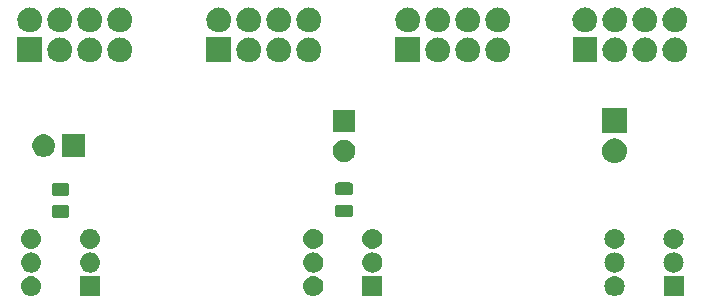
<source format=gbr>
G04 #@! TF.GenerationSoftware,KiCad,Pcbnew,5.1.2-f72e74a~84~ubuntu18.04.1*
G04 #@! TF.CreationDate,2020-02-26T21:12:00+03:00*
G04 #@! TF.ProjectId,connection_board,636f6e6e-6563-4746-996f-6e5f626f6172,rev?*
G04 #@! TF.SameCoordinates,Original*
G04 #@! TF.FileFunction,Soldermask,Bot*
G04 #@! TF.FilePolarity,Negative*
%FSLAX46Y46*%
G04 Gerber Fmt 4.6, Leading zero omitted, Abs format (unit mm)*
G04 Created by KiCad (PCBNEW 5.1.2-f72e74a~84~ubuntu18.04.1) date 2020-02-26 21:12:00*
%MOMM*%
%LPD*%
G04 APERTURE LIST*
%ADD10C,0.100000*%
G04 APERTURE END LIST*
D10*
G36*
X131351000Y-94851000D02*
G01*
X129649000Y-94851000D01*
X129649000Y-93149000D01*
X131351000Y-93149000D01*
X131351000Y-94851000D01*
X131351000Y-94851000D01*
G37*
G36*
X125666823Y-93161313D02*
G01*
X125827242Y-93209976D01*
X125959906Y-93280886D01*
X125975078Y-93288996D01*
X126104659Y-93395341D01*
X126211004Y-93524922D01*
X126211005Y-93524924D01*
X126290024Y-93672758D01*
X126338687Y-93833177D01*
X126355117Y-94000000D01*
X126338687Y-94166823D01*
X126290024Y-94327242D01*
X126219114Y-94459906D01*
X126211004Y-94475078D01*
X126104659Y-94604659D01*
X125975078Y-94711004D01*
X125975076Y-94711005D01*
X125827242Y-94790024D01*
X125666823Y-94838687D01*
X125541804Y-94851000D01*
X125458196Y-94851000D01*
X125333177Y-94838687D01*
X125172758Y-94790024D01*
X125024924Y-94711005D01*
X125024922Y-94711004D01*
X124895341Y-94604659D01*
X124788996Y-94475078D01*
X124780886Y-94459906D01*
X124709976Y-94327242D01*
X124661313Y-94166823D01*
X124644883Y-94000000D01*
X124661313Y-93833177D01*
X124709976Y-93672758D01*
X124788995Y-93524924D01*
X124788996Y-93524922D01*
X124895341Y-93395341D01*
X125024922Y-93288996D01*
X125040094Y-93280886D01*
X125172758Y-93209976D01*
X125333177Y-93161313D01*
X125458196Y-93149000D01*
X125541804Y-93149000D01*
X125666823Y-93161313D01*
X125666823Y-93161313D01*
G37*
G36*
X76266823Y-93161313D02*
G01*
X76427242Y-93209976D01*
X76559906Y-93280886D01*
X76575078Y-93288996D01*
X76704659Y-93395341D01*
X76811004Y-93524922D01*
X76811005Y-93524924D01*
X76890024Y-93672758D01*
X76938687Y-93833177D01*
X76955117Y-94000000D01*
X76938687Y-94166823D01*
X76890024Y-94327242D01*
X76819114Y-94459906D01*
X76811004Y-94475078D01*
X76704659Y-94604659D01*
X76575078Y-94711004D01*
X76575076Y-94711005D01*
X76427242Y-94790024D01*
X76266823Y-94838687D01*
X76141804Y-94851000D01*
X76058196Y-94851000D01*
X75933177Y-94838687D01*
X75772758Y-94790024D01*
X75624924Y-94711005D01*
X75624922Y-94711004D01*
X75495341Y-94604659D01*
X75388996Y-94475078D01*
X75380886Y-94459906D01*
X75309976Y-94327242D01*
X75261313Y-94166823D01*
X75244883Y-94000000D01*
X75261313Y-93833177D01*
X75309976Y-93672758D01*
X75388995Y-93524924D01*
X75388996Y-93524922D01*
X75495341Y-93395341D01*
X75624922Y-93288996D01*
X75640094Y-93280886D01*
X75772758Y-93209976D01*
X75933177Y-93161313D01*
X76058196Y-93149000D01*
X76141804Y-93149000D01*
X76266823Y-93161313D01*
X76266823Y-93161313D01*
G37*
G36*
X81951000Y-94851000D02*
G01*
X80249000Y-94851000D01*
X80249000Y-93149000D01*
X81951000Y-93149000D01*
X81951000Y-94851000D01*
X81951000Y-94851000D01*
G37*
G36*
X105851000Y-94851000D02*
G01*
X104149000Y-94851000D01*
X104149000Y-93149000D01*
X105851000Y-93149000D01*
X105851000Y-94851000D01*
X105851000Y-94851000D01*
G37*
G36*
X100166823Y-93161313D02*
G01*
X100327242Y-93209976D01*
X100459906Y-93280886D01*
X100475078Y-93288996D01*
X100604659Y-93395341D01*
X100711004Y-93524922D01*
X100711005Y-93524924D01*
X100790024Y-93672758D01*
X100838687Y-93833177D01*
X100855117Y-94000000D01*
X100838687Y-94166823D01*
X100790024Y-94327242D01*
X100719114Y-94459906D01*
X100711004Y-94475078D01*
X100604659Y-94604659D01*
X100475078Y-94711004D01*
X100475076Y-94711005D01*
X100327242Y-94790024D01*
X100166823Y-94838687D01*
X100041804Y-94851000D01*
X99958196Y-94851000D01*
X99833177Y-94838687D01*
X99672758Y-94790024D01*
X99524924Y-94711005D01*
X99524922Y-94711004D01*
X99395341Y-94604659D01*
X99288996Y-94475078D01*
X99280886Y-94459906D01*
X99209976Y-94327242D01*
X99161313Y-94166823D01*
X99144883Y-94000000D01*
X99161313Y-93833177D01*
X99209976Y-93672758D01*
X99288995Y-93524924D01*
X99288996Y-93524922D01*
X99395341Y-93395341D01*
X99524922Y-93288996D01*
X99540094Y-93280886D01*
X99672758Y-93209976D01*
X99833177Y-93161313D01*
X99958196Y-93149000D01*
X100041804Y-93149000D01*
X100166823Y-93161313D01*
X100166823Y-93161313D01*
G37*
G36*
X100166823Y-91161313D02*
G01*
X100327242Y-91209976D01*
X100459906Y-91280886D01*
X100475078Y-91288996D01*
X100604659Y-91395341D01*
X100711004Y-91524922D01*
X100711005Y-91524924D01*
X100790024Y-91672758D01*
X100838687Y-91833177D01*
X100855117Y-92000000D01*
X100838687Y-92166823D01*
X100790024Y-92327242D01*
X100719114Y-92459906D01*
X100711004Y-92475078D01*
X100604659Y-92604659D01*
X100475078Y-92711004D01*
X100475076Y-92711005D01*
X100327242Y-92790024D01*
X100166823Y-92838687D01*
X100041804Y-92851000D01*
X99958196Y-92851000D01*
X99833177Y-92838687D01*
X99672758Y-92790024D01*
X99524924Y-92711005D01*
X99524922Y-92711004D01*
X99395341Y-92604659D01*
X99288996Y-92475078D01*
X99280886Y-92459906D01*
X99209976Y-92327242D01*
X99161313Y-92166823D01*
X99144883Y-92000000D01*
X99161313Y-91833177D01*
X99209976Y-91672758D01*
X99288995Y-91524924D01*
X99288996Y-91524922D01*
X99395341Y-91395341D01*
X99524922Y-91288996D01*
X99540094Y-91280886D01*
X99672758Y-91209976D01*
X99833177Y-91161313D01*
X99958196Y-91149000D01*
X100041804Y-91149000D01*
X100166823Y-91161313D01*
X100166823Y-91161313D01*
G37*
G36*
X130666823Y-91161313D02*
G01*
X130827242Y-91209976D01*
X130959906Y-91280886D01*
X130975078Y-91288996D01*
X131104659Y-91395341D01*
X131211004Y-91524922D01*
X131211005Y-91524924D01*
X131290024Y-91672758D01*
X131338687Y-91833177D01*
X131355117Y-92000000D01*
X131338687Y-92166823D01*
X131290024Y-92327242D01*
X131219114Y-92459906D01*
X131211004Y-92475078D01*
X131104659Y-92604659D01*
X130975078Y-92711004D01*
X130975076Y-92711005D01*
X130827242Y-92790024D01*
X130666823Y-92838687D01*
X130541804Y-92851000D01*
X130458196Y-92851000D01*
X130333177Y-92838687D01*
X130172758Y-92790024D01*
X130024924Y-92711005D01*
X130024922Y-92711004D01*
X129895341Y-92604659D01*
X129788996Y-92475078D01*
X129780886Y-92459906D01*
X129709976Y-92327242D01*
X129661313Y-92166823D01*
X129644883Y-92000000D01*
X129661313Y-91833177D01*
X129709976Y-91672758D01*
X129788995Y-91524924D01*
X129788996Y-91524922D01*
X129895341Y-91395341D01*
X130024922Y-91288996D01*
X130040094Y-91280886D01*
X130172758Y-91209976D01*
X130333177Y-91161313D01*
X130458196Y-91149000D01*
X130541804Y-91149000D01*
X130666823Y-91161313D01*
X130666823Y-91161313D01*
G37*
G36*
X125666823Y-91161313D02*
G01*
X125827242Y-91209976D01*
X125959906Y-91280886D01*
X125975078Y-91288996D01*
X126104659Y-91395341D01*
X126211004Y-91524922D01*
X126211005Y-91524924D01*
X126290024Y-91672758D01*
X126338687Y-91833177D01*
X126355117Y-92000000D01*
X126338687Y-92166823D01*
X126290024Y-92327242D01*
X126219114Y-92459906D01*
X126211004Y-92475078D01*
X126104659Y-92604659D01*
X125975078Y-92711004D01*
X125975076Y-92711005D01*
X125827242Y-92790024D01*
X125666823Y-92838687D01*
X125541804Y-92851000D01*
X125458196Y-92851000D01*
X125333177Y-92838687D01*
X125172758Y-92790024D01*
X125024924Y-92711005D01*
X125024922Y-92711004D01*
X124895341Y-92604659D01*
X124788996Y-92475078D01*
X124780886Y-92459906D01*
X124709976Y-92327242D01*
X124661313Y-92166823D01*
X124644883Y-92000000D01*
X124661313Y-91833177D01*
X124709976Y-91672758D01*
X124788995Y-91524924D01*
X124788996Y-91524922D01*
X124895341Y-91395341D01*
X125024922Y-91288996D01*
X125040094Y-91280886D01*
X125172758Y-91209976D01*
X125333177Y-91161313D01*
X125458196Y-91149000D01*
X125541804Y-91149000D01*
X125666823Y-91161313D01*
X125666823Y-91161313D01*
G37*
G36*
X105166823Y-91161313D02*
G01*
X105327242Y-91209976D01*
X105459906Y-91280886D01*
X105475078Y-91288996D01*
X105604659Y-91395341D01*
X105711004Y-91524922D01*
X105711005Y-91524924D01*
X105790024Y-91672758D01*
X105838687Y-91833177D01*
X105855117Y-92000000D01*
X105838687Y-92166823D01*
X105790024Y-92327242D01*
X105719114Y-92459906D01*
X105711004Y-92475078D01*
X105604659Y-92604659D01*
X105475078Y-92711004D01*
X105475076Y-92711005D01*
X105327242Y-92790024D01*
X105166823Y-92838687D01*
X105041804Y-92851000D01*
X104958196Y-92851000D01*
X104833177Y-92838687D01*
X104672758Y-92790024D01*
X104524924Y-92711005D01*
X104524922Y-92711004D01*
X104395341Y-92604659D01*
X104288996Y-92475078D01*
X104280886Y-92459906D01*
X104209976Y-92327242D01*
X104161313Y-92166823D01*
X104144883Y-92000000D01*
X104161313Y-91833177D01*
X104209976Y-91672758D01*
X104288995Y-91524924D01*
X104288996Y-91524922D01*
X104395341Y-91395341D01*
X104524922Y-91288996D01*
X104540094Y-91280886D01*
X104672758Y-91209976D01*
X104833177Y-91161313D01*
X104958196Y-91149000D01*
X105041804Y-91149000D01*
X105166823Y-91161313D01*
X105166823Y-91161313D01*
G37*
G36*
X81266823Y-91161313D02*
G01*
X81427242Y-91209976D01*
X81559906Y-91280886D01*
X81575078Y-91288996D01*
X81704659Y-91395341D01*
X81811004Y-91524922D01*
X81811005Y-91524924D01*
X81890024Y-91672758D01*
X81938687Y-91833177D01*
X81955117Y-92000000D01*
X81938687Y-92166823D01*
X81890024Y-92327242D01*
X81819114Y-92459906D01*
X81811004Y-92475078D01*
X81704659Y-92604659D01*
X81575078Y-92711004D01*
X81575076Y-92711005D01*
X81427242Y-92790024D01*
X81266823Y-92838687D01*
X81141804Y-92851000D01*
X81058196Y-92851000D01*
X80933177Y-92838687D01*
X80772758Y-92790024D01*
X80624924Y-92711005D01*
X80624922Y-92711004D01*
X80495341Y-92604659D01*
X80388996Y-92475078D01*
X80380886Y-92459906D01*
X80309976Y-92327242D01*
X80261313Y-92166823D01*
X80244883Y-92000000D01*
X80261313Y-91833177D01*
X80309976Y-91672758D01*
X80388995Y-91524924D01*
X80388996Y-91524922D01*
X80495341Y-91395341D01*
X80624922Y-91288996D01*
X80640094Y-91280886D01*
X80772758Y-91209976D01*
X80933177Y-91161313D01*
X81058196Y-91149000D01*
X81141804Y-91149000D01*
X81266823Y-91161313D01*
X81266823Y-91161313D01*
G37*
G36*
X76266823Y-91161313D02*
G01*
X76427242Y-91209976D01*
X76559906Y-91280886D01*
X76575078Y-91288996D01*
X76704659Y-91395341D01*
X76811004Y-91524922D01*
X76811005Y-91524924D01*
X76890024Y-91672758D01*
X76938687Y-91833177D01*
X76955117Y-92000000D01*
X76938687Y-92166823D01*
X76890024Y-92327242D01*
X76819114Y-92459906D01*
X76811004Y-92475078D01*
X76704659Y-92604659D01*
X76575078Y-92711004D01*
X76575076Y-92711005D01*
X76427242Y-92790024D01*
X76266823Y-92838687D01*
X76141804Y-92851000D01*
X76058196Y-92851000D01*
X75933177Y-92838687D01*
X75772758Y-92790024D01*
X75624924Y-92711005D01*
X75624922Y-92711004D01*
X75495341Y-92604659D01*
X75388996Y-92475078D01*
X75380886Y-92459906D01*
X75309976Y-92327242D01*
X75261313Y-92166823D01*
X75244883Y-92000000D01*
X75261313Y-91833177D01*
X75309976Y-91672758D01*
X75388995Y-91524924D01*
X75388996Y-91524922D01*
X75495341Y-91395341D01*
X75624922Y-91288996D01*
X75640094Y-91280886D01*
X75772758Y-91209976D01*
X75933177Y-91161313D01*
X76058196Y-91149000D01*
X76141804Y-91149000D01*
X76266823Y-91161313D01*
X76266823Y-91161313D01*
G37*
G36*
X76266823Y-89161313D02*
G01*
X76427242Y-89209976D01*
X76559906Y-89280886D01*
X76575078Y-89288996D01*
X76704659Y-89395341D01*
X76811004Y-89524922D01*
X76811005Y-89524924D01*
X76890024Y-89672758D01*
X76938687Y-89833177D01*
X76955117Y-90000000D01*
X76938687Y-90166823D01*
X76890024Y-90327242D01*
X76819114Y-90459906D01*
X76811004Y-90475078D01*
X76704659Y-90604659D01*
X76575078Y-90711004D01*
X76575076Y-90711005D01*
X76427242Y-90790024D01*
X76266823Y-90838687D01*
X76141804Y-90851000D01*
X76058196Y-90851000D01*
X75933177Y-90838687D01*
X75772758Y-90790024D01*
X75624924Y-90711005D01*
X75624922Y-90711004D01*
X75495341Y-90604659D01*
X75388996Y-90475078D01*
X75380886Y-90459906D01*
X75309976Y-90327242D01*
X75261313Y-90166823D01*
X75244883Y-90000000D01*
X75261313Y-89833177D01*
X75309976Y-89672758D01*
X75388995Y-89524924D01*
X75388996Y-89524922D01*
X75495341Y-89395341D01*
X75624922Y-89288996D01*
X75640094Y-89280886D01*
X75772758Y-89209976D01*
X75933177Y-89161313D01*
X76058196Y-89149000D01*
X76141804Y-89149000D01*
X76266823Y-89161313D01*
X76266823Y-89161313D01*
G37*
G36*
X81266823Y-89161313D02*
G01*
X81427242Y-89209976D01*
X81559906Y-89280886D01*
X81575078Y-89288996D01*
X81704659Y-89395341D01*
X81811004Y-89524922D01*
X81811005Y-89524924D01*
X81890024Y-89672758D01*
X81938687Y-89833177D01*
X81955117Y-90000000D01*
X81938687Y-90166823D01*
X81890024Y-90327242D01*
X81819114Y-90459906D01*
X81811004Y-90475078D01*
X81704659Y-90604659D01*
X81575078Y-90711004D01*
X81575076Y-90711005D01*
X81427242Y-90790024D01*
X81266823Y-90838687D01*
X81141804Y-90851000D01*
X81058196Y-90851000D01*
X80933177Y-90838687D01*
X80772758Y-90790024D01*
X80624924Y-90711005D01*
X80624922Y-90711004D01*
X80495341Y-90604659D01*
X80388996Y-90475078D01*
X80380886Y-90459906D01*
X80309976Y-90327242D01*
X80261313Y-90166823D01*
X80244883Y-90000000D01*
X80261313Y-89833177D01*
X80309976Y-89672758D01*
X80388995Y-89524924D01*
X80388996Y-89524922D01*
X80495341Y-89395341D01*
X80624922Y-89288996D01*
X80640094Y-89280886D01*
X80772758Y-89209976D01*
X80933177Y-89161313D01*
X81058196Y-89149000D01*
X81141804Y-89149000D01*
X81266823Y-89161313D01*
X81266823Y-89161313D01*
G37*
G36*
X130666823Y-89161313D02*
G01*
X130827242Y-89209976D01*
X130959906Y-89280886D01*
X130975078Y-89288996D01*
X131104659Y-89395341D01*
X131211004Y-89524922D01*
X131211005Y-89524924D01*
X131290024Y-89672758D01*
X131338687Y-89833177D01*
X131355117Y-90000000D01*
X131338687Y-90166823D01*
X131290024Y-90327242D01*
X131219114Y-90459906D01*
X131211004Y-90475078D01*
X131104659Y-90604659D01*
X130975078Y-90711004D01*
X130975076Y-90711005D01*
X130827242Y-90790024D01*
X130666823Y-90838687D01*
X130541804Y-90851000D01*
X130458196Y-90851000D01*
X130333177Y-90838687D01*
X130172758Y-90790024D01*
X130024924Y-90711005D01*
X130024922Y-90711004D01*
X129895341Y-90604659D01*
X129788996Y-90475078D01*
X129780886Y-90459906D01*
X129709976Y-90327242D01*
X129661313Y-90166823D01*
X129644883Y-90000000D01*
X129661313Y-89833177D01*
X129709976Y-89672758D01*
X129788995Y-89524924D01*
X129788996Y-89524922D01*
X129895341Y-89395341D01*
X130024922Y-89288996D01*
X130040094Y-89280886D01*
X130172758Y-89209976D01*
X130333177Y-89161313D01*
X130458196Y-89149000D01*
X130541804Y-89149000D01*
X130666823Y-89161313D01*
X130666823Y-89161313D01*
G37*
G36*
X100166823Y-89161313D02*
G01*
X100327242Y-89209976D01*
X100459906Y-89280886D01*
X100475078Y-89288996D01*
X100604659Y-89395341D01*
X100711004Y-89524922D01*
X100711005Y-89524924D01*
X100790024Y-89672758D01*
X100838687Y-89833177D01*
X100855117Y-90000000D01*
X100838687Y-90166823D01*
X100790024Y-90327242D01*
X100719114Y-90459906D01*
X100711004Y-90475078D01*
X100604659Y-90604659D01*
X100475078Y-90711004D01*
X100475076Y-90711005D01*
X100327242Y-90790024D01*
X100166823Y-90838687D01*
X100041804Y-90851000D01*
X99958196Y-90851000D01*
X99833177Y-90838687D01*
X99672758Y-90790024D01*
X99524924Y-90711005D01*
X99524922Y-90711004D01*
X99395341Y-90604659D01*
X99288996Y-90475078D01*
X99280886Y-90459906D01*
X99209976Y-90327242D01*
X99161313Y-90166823D01*
X99144883Y-90000000D01*
X99161313Y-89833177D01*
X99209976Y-89672758D01*
X99288995Y-89524924D01*
X99288996Y-89524922D01*
X99395341Y-89395341D01*
X99524922Y-89288996D01*
X99540094Y-89280886D01*
X99672758Y-89209976D01*
X99833177Y-89161313D01*
X99958196Y-89149000D01*
X100041804Y-89149000D01*
X100166823Y-89161313D01*
X100166823Y-89161313D01*
G37*
G36*
X105166823Y-89161313D02*
G01*
X105327242Y-89209976D01*
X105459906Y-89280886D01*
X105475078Y-89288996D01*
X105604659Y-89395341D01*
X105711004Y-89524922D01*
X105711005Y-89524924D01*
X105790024Y-89672758D01*
X105838687Y-89833177D01*
X105855117Y-90000000D01*
X105838687Y-90166823D01*
X105790024Y-90327242D01*
X105719114Y-90459906D01*
X105711004Y-90475078D01*
X105604659Y-90604659D01*
X105475078Y-90711004D01*
X105475076Y-90711005D01*
X105327242Y-90790024D01*
X105166823Y-90838687D01*
X105041804Y-90851000D01*
X104958196Y-90851000D01*
X104833177Y-90838687D01*
X104672758Y-90790024D01*
X104524924Y-90711005D01*
X104524922Y-90711004D01*
X104395341Y-90604659D01*
X104288996Y-90475078D01*
X104280886Y-90459906D01*
X104209976Y-90327242D01*
X104161313Y-90166823D01*
X104144883Y-90000000D01*
X104161313Y-89833177D01*
X104209976Y-89672758D01*
X104288995Y-89524924D01*
X104288996Y-89524922D01*
X104395341Y-89395341D01*
X104524922Y-89288996D01*
X104540094Y-89280886D01*
X104672758Y-89209976D01*
X104833177Y-89161313D01*
X104958196Y-89149000D01*
X105041804Y-89149000D01*
X105166823Y-89161313D01*
X105166823Y-89161313D01*
G37*
G36*
X125666823Y-89161313D02*
G01*
X125827242Y-89209976D01*
X125959906Y-89280886D01*
X125975078Y-89288996D01*
X126104659Y-89395341D01*
X126211004Y-89524922D01*
X126211005Y-89524924D01*
X126290024Y-89672758D01*
X126338687Y-89833177D01*
X126355117Y-90000000D01*
X126338687Y-90166823D01*
X126290024Y-90327242D01*
X126219114Y-90459906D01*
X126211004Y-90475078D01*
X126104659Y-90604659D01*
X125975078Y-90711004D01*
X125975076Y-90711005D01*
X125827242Y-90790024D01*
X125666823Y-90838687D01*
X125541804Y-90851000D01*
X125458196Y-90851000D01*
X125333177Y-90838687D01*
X125172758Y-90790024D01*
X125024924Y-90711005D01*
X125024922Y-90711004D01*
X124895341Y-90604659D01*
X124788996Y-90475078D01*
X124780886Y-90459906D01*
X124709976Y-90327242D01*
X124661313Y-90166823D01*
X124644883Y-90000000D01*
X124661313Y-89833177D01*
X124709976Y-89672758D01*
X124788995Y-89524924D01*
X124788996Y-89524922D01*
X124895341Y-89395341D01*
X125024922Y-89288996D01*
X125040094Y-89280886D01*
X125172758Y-89209976D01*
X125333177Y-89161313D01*
X125458196Y-89149000D01*
X125541804Y-89149000D01*
X125666823Y-89161313D01*
X125666823Y-89161313D01*
G37*
G36*
X79184468Y-87141065D02*
G01*
X79223138Y-87152796D01*
X79258777Y-87171846D01*
X79290017Y-87197483D01*
X79315654Y-87228723D01*
X79334704Y-87264362D01*
X79346435Y-87303032D01*
X79351000Y-87349388D01*
X79351000Y-88000612D01*
X79346435Y-88046968D01*
X79334704Y-88085638D01*
X79315654Y-88121277D01*
X79290017Y-88152517D01*
X79258777Y-88178154D01*
X79223138Y-88197204D01*
X79184468Y-88208935D01*
X79138112Y-88213500D01*
X78061888Y-88213500D01*
X78015532Y-88208935D01*
X77976862Y-88197204D01*
X77941223Y-88178154D01*
X77909983Y-88152517D01*
X77884346Y-88121277D01*
X77865296Y-88085638D01*
X77853565Y-88046968D01*
X77849000Y-88000612D01*
X77849000Y-87349388D01*
X77853565Y-87303032D01*
X77865296Y-87264362D01*
X77884346Y-87228723D01*
X77909983Y-87197483D01*
X77941223Y-87171846D01*
X77976862Y-87152796D01*
X78015532Y-87141065D01*
X78061888Y-87136500D01*
X79138112Y-87136500D01*
X79184468Y-87141065D01*
X79184468Y-87141065D01*
G37*
G36*
X103184468Y-87103565D02*
G01*
X103223138Y-87115296D01*
X103258777Y-87134346D01*
X103290017Y-87159983D01*
X103315654Y-87191223D01*
X103334704Y-87226862D01*
X103346435Y-87265532D01*
X103351000Y-87311888D01*
X103351000Y-87963112D01*
X103346435Y-88009468D01*
X103334704Y-88048138D01*
X103315654Y-88083777D01*
X103290017Y-88115017D01*
X103258777Y-88140654D01*
X103223138Y-88159704D01*
X103184468Y-88171435D01*
X103138112Y-88176000D01*
X102061888Y-88176000D01*
X102015532Y-88171435D01*
X101976862Y-88159704D01*
X101941223Y-88140654D01*
X101909983Y-88115017D01*
X101884346Y-88083777D01*
X101865296Y-88048138D01*
X101853565Y-88009468D01*
X101849000Y-87963112D01*
X101849000Y-87311888D01*
X101853565Y-87265532D01*
X101865296Y-87226862D01*
X101884346Y-87191223D01*
X101909983Y-87159983D01*
X101941223Y-87134346D01*
X101976862Y-87115296D01*
X102015532Y-87103565D01*
X102061888Y-87099000D01*
X103138112Y-87099000D01*
X103184468Y-87103565D01*
X103184468Y-87103565D01*
G37*
G36*
X79184468Y-85266065D02*
G01*
X79223138Y-85277796D01*
X79258777Y-85296846D01*
X79290017Y-85322483D01*
X79315654Y-85353723D01*
X79334704Y-85389362D01*
X79346435Y-85428032D01*
X79351000Y-85474388D01*
X79351000Y-86125612D01*
X79346435Y-86171968D01*
X79334704Y-86210638D01*
X79315654Y-86246277D01*
X79290017Y-86277517D01*
X79258777Y-86303154D01*
X79223138Y-86322204D01*
X79184468Y-86333935D01*
X79138112Y-86338500D01*
X78061888Y-86338500D01*
X78015532Y-86333935D01*
X77976862Y-86322204D01*
X77941223Y-86303154D01*
X77909983Y-86277517D01*
X77884346Y-86246277D01*
X77865296Y-86210638D01*
X77853565Y-86171968D01*
X77849000Y-86125612D01*
X77849000Y-85474388D01*
X77853565Y-85428032D01*
X77865296Y-85389362D01*
X77884346Y-85353723D01*
X77909983Y-85322483D01*
X77941223Y-85296846D01*
X77976862Y-85277796D01*
X78015532Y-85266065D01*
X78061888Y-85261500D01*
X79138112Y-85261500D01*
X79184468Y-85266065D01*
X79184468Y-85266065D01*
G37*
G36*
X103184468Y-85228565D02*
G01*
X103223138Y-85240296D01*
X103258777Y-85259346D01*
X103290017Y-85284983D01*
X103315654Y-85316223D01*
X103334704Y-85351862D01*
X103346435Y-85390532D01*
X103351000Y-85436888D01*
X103351000Y-86088112D01*
X103346435Y-86134468D01*
X103334704Y-86173138D01*
X103315654Y-86208777D01*
X103290017Y-86240017D01*
X103258777Y-86265654D01*
X103223138Y-86284704D01*
X103184468Y-86296435D01*
X103138112Y-86301000D01*
X102061888Y-86301000D01*
X102015532Y-86296435D01*
X101976862Y-86284704D01*
X101941223Y-86265654D01*
X101909983Y-86240017D01*
X101884346Y-86208777D01*
X101865296Y-86173138D01*
X101853565Y-86134468D01*
X101849000Y-86088112D01*
X101849000Y-85436888D01*
X101853565Y-85390532D01*
X101865296Y-85351862D01*
X101884346Y-85316223D01*
X101909983Y-85284983D01*
X101941223Y-85259346D01*
X101976862Y-85240296D01*
X102015532Y-85228565D01*
X102061888Y-85224000D01*
X103138112Y-85224000D01*
X103184468Y-85228565D01*
X103184468Y-85228565D01*
G37*
G36*
X125600092Y-81493773D02*
G01*
X125706032Y-81504207D01*
X125904146Y-81564305D01*
X125904149Y-81564306D01*
X126000975Y-81616061D01*
X126086729Y-81661897D01*
X126246765Y-81793235D01*
X126378103Y-81953271D01*
X126406465Y-82006333D01*
X126475694Y-82135851D01*
X126475695Y-82135854D01*
X126535793Y-82333968D01*
X126556085Y-82540000D01*
X126535793Y-82746032D01*
X126476114Y-82942765D01*
X126475694Y-82944149D01*
X126438115Y-83014454D01*
X126378103Y-83126729D01*
X126246765Y-83286765D01*
X126086729Y-83418103D01*
X126000975Y-83463939D01*
X125904149Y-83515694D01*
X125904146Y-83515695D01*
X125706032Y-83575793D01*
X125603097Y-83585931D01*
X125551631Y-83591000D01*
X125448369Y-83591000D01*
X125396903Y-83585931D01*
X125293968Y-83575793D01*
X125095854Y-83515695D01*
X125095851Y-83515694D01*
X124999025Y-83463939D01*
X124913271Y-83418103D01*
X124753235Y-83286765D01*
X124621897Y-83126729D01*
X124561885Y-83014454D01*
X124524306Y-82944149D01*
X124523886Y-82942765D01*
X124464207Y-82746032D01*
X124443915Y-82540000D01*
X124464207Y-82333968D01*
X124524305Y-82135854D01*
X124524306Y-82135851D01*
X124593535Y-82006333D01*
X124621897Y-81953271D01*
X124753235Y-81793235D01*
X124913271Y-81661897D01*
X124999025Y-81616061D01*
X125095851Y-81564306D01*
X125095854Y-81564305D01*
X125293968Y-81504207D01*
X125399908Y-81493773D01*
X125448369Y-81489000D01*
X125551631Y-81489000D01*
X125600092Y-81493773D01*
X125600092Y-81493773D01*
G37*
G36*
X102877395Y-81625546D02*
G01*
X103050466Y-81697234D01*
X103050467Y-81697235D01*
X103206227Y-81801310D01*
X103338690Y-81933773D01*
X103387173Y-82006333D01*
X103442766Y-82089534D01*
X103514454Y-82262605D01*
X103551000Y-82446333D01*
X103551000Y-82633667D01*
X103514454Y-82817395D01*
X103442766Y-82990466D01*
X103402318Y-83051000D01*
X103338690Y-83146227D01*
X103206227Y-83278690D01*
X103127818Y-83331081D01*
X103050466Y-83382766D01*
X102877395Y-83454454D01*
X102693667Y-83491000D01*
X102506333Y-83491000D01*
X102322605Y-83454454D01*
X102149534Y-83382766D01*
X102072182Y-83331081D01*
X101993773Y-83278690D01*
X101861310Y-83146227D01*
X101797682Y-83051000D01*
X101757234Y-82990466D01*
X101685546Y-82817395D01*
X101649000Y-82633667D01*
X101649000Y-82446333D01*
X101685546Y-82262605D01*
X101757234Y-82089534D01*
X101812827Y-82006333D01*
X101861310Y-81933773D01*
X101993773Y-81801310D01*
X102149533Y-81697235D01*
X102149534Y-81697234D01*
X102322605Y-81625546D01*
X102506333Y-81589000D01*
X102693667Y-81589000D01*
X102877395Y-81625546D01*
X102877395Y-81625546D01*
G37*
G36*
X77437395Y-81185546D02*
G01*
X77610466Y-81257234D01*
X77610467Y-81257235D01*
X77766227Y-81361310D01*
X77898690Y-81493773D01*
X77945818Y-81564305D01*
X78002766Y-81649534D01*
X78074454Y-81822605D01*
X78111000Y-82006333D01*
X78111000Y-82193667D01*
X78074454Y-82377395D01*
X78002766Y-82550466D01*
X78002765Y-82550467D01*
X77898690Y-82706227D01*
X77766227Y-82838690D01*
X77687818Y-82891081D01*
X77610466Y-82942766D01*
X77437395Y-83014454D01*
X77253667Y-83051000D01*
X77066333Y-83051000D01*
X76882605Y-83014454D01*
X76709534Y-82942766D01*
X76632182Y-82891081D01*
X76553773Y-82838690D01*
X76421310Y-82706227D01*
X76317235Y-82550467D01*
X76317234Y-82550466D01*
X76245546Y-82377395D01*
X76209000Y-82193667D01*
X76209000Y-82006333D01*
X76245546Y-81822605D01*
X76317234Y-81649534D01*
X76374182Y-81564305D01*
X76421310Y-81493773D01*
X76553773Y-81361310D01*
X76709533Y-81257235D01*
X76709534Y-81257234D01*
X76882605Y-81185546D01*
X77066333Y-81149000D01*
X77253667Y-81149000D01*
X77437395Y-81185546D01*
X77437395Y-81185546D01*
G37*
G36*
X80651000Y-83051000D02*
G01*
X78749000Y-83051000D01*
X78749000Y-81149000D01*
X80651000Y-81149000D01*
X80651000Y-83051000D01*
X80651000Y-83051000D01*
G37*
G36*
X126551000Y-81051000D02*
G01*
X124449000Y-81051000D01*
X124449000Y-78949000D01*
X126551000Y-78949000D01*
X126551000Y-81051000D01*
X126551000Y-81051000D01*
G37*
G36*
X103551000Y-80951000D02*
G01*
X101649000Y-80951000D01*
X101649000Y-79049000D01*
X103551000Y-79049000D01*
X103551000Y-80951000D01*
X103551000Y-80951000D01*
G37*
G36*
X113183097Y-72954069D02*
G01*
X113286032Y-72964207D01*
X113484146Y-73024305D01*
X113484149Y-73024306D01*
X113580975Y-73076061D01*
X113666729Y-73121897D01*
X113826765Y-73253235D01*
X113958103Y-73413271D01*
X114003939Y-73499025D01*
X114055694Y-73595851D01*
X114055695Y-73595854D01*
X114115793Y-73793968D01*
X114136085Y-74000000D01*
X114115793Y-74206032D01*
X114055695Y-74404146D01*
X114055694Y-74404149D01*
X114003939Y-74500975D01*
X113958103Y-74586729D01*
X113826765Y-74746765D01*
X113666729Y-74878103D01*
X113580975Y-74923939D01*
X113484149Y-74975694D01*
X113484146Y-74975695D01*
X113286032Y-75035793D01*
X113183097Y-75045931D01*
X113131631Y-75051000D01*
X113028369Y-75051000D01*
X112976903Y-75045931D01*
X112873968Y-75035793D01*
X112675854Y-74975695D01*
X112675851Y-74975694D01*
X112579025Y-74923939D01*
X112493271Y-74878103D01*
X112333235Y-74746765D01*
X112201897Y-74586729D01*
X112156061Y-74500975D01*
X112104306Y-74404149D01*
X112104305Y-74404146D01*
X112044207Y-74206032D01*
X112023915Y-74000000D01*
X112044207Y-73793968D01*
X112104305Y-73595854D01*
X112104306Y-73595851D01*
X112156061Y-73499025D01*
X112201897Y-73413271D01*
X112333235Y-73253235D01*
X112493271Y-73121897D01*
X112579025Y-73076061D01*
X112675851Y-73024306D01*
X112675854Y-73024305D01*
X112873968Y-72964207D01*
X112976903Y-72954069D01*
X113028369Y-72949000D01*
X113131631Y-72949000D01*
X113183097Y-72954069D01*
X113183097Y-72954069D01*
G37*
G36*
X110643097Y-72954069D02*
G01*
X110746032Y-72964207D01*
X110944146Y-73024305D01*
X110944149Y-73024306D01*
X111040975Y-73076061D01*
X111126729Y-73121897D01*
X111286765Y-73253235D01*
X111418103Y-73413271D01*
X111463939Y-73499025D01*
X111515694Y-73595851D01*
X111515695Y-73595854D01*
X111575793Y-73793968D01*
X111596085Y-74000000D01*
X111575793Y-74206032D01*
X111515695Y-74404146D01*
X111515694Y-74404149D01*
X111463939Y-74500975D01*
X111418103Y-74586729D01*
X111286765Y-74746765D01*
X111126729Y-74878103D01*
X111040975Y-74923939D01*
X110944149Y-74975694D01*
X110944146Y-74975695D01*
X110746032Y-75035793D01*
X110643097Y-75045931D01*
X110591631Y-75051000D01*
X110488369Y-75051000D01*
X110436903Y-75045931D01*
X110333968Y-75035793D01*
X110135854Y-74975695D01*
X110135851Y-74975694D01*
X110039025Y-74923939D01*
X109953271Y-74878103D01*
X109793235Y-74746765D01*
X109661897Y-74586729D01*
X109616061Y-74500975D01*
X109564306Y-74404149D01*
X109564305Y-74404146D01*
X109504207Y-74206032D01*
X109483915Y-74000000D01*
X109504207Y-73793968D01*
X109564305Y-73595854D01*
X109564306Y-73595851D01*
X109616061Y-73499025D01*
X109661897Y-73413271D01*
X109793235Y-73253235D01*
X109953271Y-73121897D01*
X110039025Y-73076061D01*
X110135851Y-73024306D01*
X110135854Y-73024305D01*
X110333968Y-72964207D01*
X110436903Y-72954069D01*
X110488369Y-72949000D01*
X110591631Y-72949000D01*
X110643097Y-72954069D01*
X110643097Y-72954069D01*
G37*
G36*
X128183097Y-72954069D02*
G01*
X128286032Y-72964207D01*
X128484146Y-73024305D01*
X128484149Y-73024306D01*
X128580975Y-73076061D01*
X128666729Y-73121897D01*
X128826765Y-73253235D01*
X128958103Y-73413271D01*
X129003939Y-73499025D01*
X129055694Y-73595851D01*
X129055695Y-73595854D01*
X129115793Y-73793968D01*
X129136085Y-74000000D01*
X129115793Y-74206032D01*
X129055695Y-74404146D01*
X129055694Y-74404149D01*
X129003939Y-74500975D01*
X128958103Y-74586729D01*
X128826765Y-74746765D01*
X128666729Y-74878103D01*
X128580975Y-74923939D01*
X128484149Y-74975694D01*
X128484146Y-74975695D01*
X128286032Y-75035793D01*
X128183097Y-75045931D01*
X128131631Y-75051000D01*
X128028369Y-75051000D01*
X127976903Y-75045931D01*
X127873968Y-75035793D01*
X127675854Y-74975695D01*
X127675851Y-74975694D01*
X127579025Y-74923939D01*
X127493271Y-74878103D01*
X127333235Y-74746765D01*
X127201897Y-74586729D01*
X127156061Y-74500975D01*
X127104306Y-74404149D01*
X127104305Y-74404146D01*
X127044207Y-74206032D01*
X127023915Y-74000000D01*
X127044207Y-73793968D01*
X127104305Y-73595854D01*
X127104306Y-73595851D01*
X127156061Y-73499025D01*
X127201897Y-73413271D01*
X127333235Y-73253235D01*
X127493271Y-73121897D01*
X127579025Y-73076061D01*
X127675851Y-73024306D01*
X127675854Y-73024305D01*
X127873968Y-72964207D01*
X127976903Y-72954069D01*
X128028369Y-72949000D01*
X128131631Y-72949000D01*
X128183097Y-72954069D01*
X128183097Y-72954069D01*
G37*
G36*
X109051000Y-75051000D02*
G01*
X106949000Y-75051000D01*
X106949000Y-72949000D01*
X109051000Y-72949000D01*
X109051000Y-75051000D01*
X109051000Y-75051000D01*
G37*
G36*
X93051000Y-75051000D02*
G01*
X90949000Y-75051000D01*
X90949000Y-72949000D01*
X93051000Y-72949000D01*
X93051000Y-75051000D01*
X93051000Y-75051000D01*
G37*
G36*
X94643097Y-72954069D02*
G01*
X94746032Y-72964207D01*
X94944146Y-73024305D01*
X94944149Y-73024306D01*
X95040975Y-73076061D01*
X95126729Y-73121897D01*
X95286765Y-73253235D01*
X95418103Y-73413271D01*
X95463939Y-73499025D01*
X95515694Y-73595851D01*
X95515695Y-73595854D01*
X95575793Y-73793968D01*
X95596085Y-74000000D01*
X95575793Y-74206032D01*
X95515695Y-74404146D01*
X95515694Y-74404149D01*
X95463939Y-74500975D01*
X95418103Y-74586729D01*
X95286765Y-74746765D01*
X95126729Y-74878103D01*
X95040975Y-74923939D01*
X94944149Y-74975694D01*
X94944146Y-74975695D01*
X94746032Y-75035793D01*
X94643097Y-75045931D01*
X94591631Y-75051000D01*
X94488369Y-75051000D01*
X94436903Y-75045931D01*
X94333968Y-75035793D01*
X94135854Y-74975695D01*
X94135851Y-74975694D01*
X94039025Y-74923939D01*
X93953271Y-74878103D01*
X93793235Y-74746765D01*
X93661897Y-74586729D01*
X93616061Y-74500975D01*
X93564306Y-74404149D01*
X93564305Y-74404146D01*
X93504207Y-74206032D01*
X93483915Y-74000000D01*
X93504207Y-73793968D01*
X93564305Y-73595854D01*
X93564306Y-73595851D01*
X93616061Y-73499025D01*
X93661897Y-73413271D01*
X93793235Y-73253235D01*
X93953271Y-73121897D01*
X94039025Y-73076061D01*
X94135851Y-73024306D01*
X94135854Y-73024305D01*
X94333968Y-72964207D01*
X94436903Y-72954069D01*
X94488369Y-72949000D01*
X94591631Y-72949000D01*
X94643097Y-72954069D01*
X94643097Y-72954069D01*
G37*
G36*
X97183097Y-72954069D02*
G01*
X97286032Y-72964207D01*
X97484146Y-73024305D01*
X97484149Y-73024306D01*
X97580975Y-73076061D01*
X97666729Y-73121897D01*
X97826765Y-73253235D01*
X97958103Y-73413271D01*
X98003939Y-73499025D01*
X98055694Y-73595851D01*
X98055695Y-73595854D01*
X98115793Y-73793968D01*
X98136085Y-74000000D01*
X98115793Y-74206032D01*
X98055695Y-74404146D01*
X98055694Y-74404149D01*
X98003939Y-74500975D01*
X97958103Y-74586729D01*
X97826765Y-74746765D01*
X97666729Y-74878103D01*
X97580975Y-74923939D01*
X97484149Y-74975694D01*
X97484146Y-74975695D01*
X97286032Y-75035793D01*
X97183097Y-75045931D01*
X97131631Y-75051000D01*
X97028369Y-75051000D01*
X96976903Y-75045931D01*
X96873968Y-75035793D01*
X96675854Y-74975695D01*
X96675851Y-74975694D01*
X96579025Y-74923939D01*
X96493271Y-74878103D01*
X96333235Y-74746765D01*
X96201897Y-74586729D01*
X96156061Y-74500975D01*
X96104306Y-74404149D01*
X96104305Y-74404146D01*
X96044207Y-74206032D01*
X96023915Y-74000000D01*
X96044207Y-73793968D01*
X96104305Y-73595854D01*
X96104306Y-73595851D01*
X96156061Y-73499025D01*
X96201897Y-73413271D01*
X96333235Y-73253235D01*
X96493271Y-73121897D01*
X96579025Y-73076061D01*
X96675851Y-73024306D01*
X96675854Y-73024305D01*
X96873968Y-72964207D01*
X96976903Y-72954069D01*
X97028369Y-72949000D01*
X97131631Y-72949000D01*
X97183097Y-72954069D01*
X97183097Y-72954069D01*
G37*
G36*
X99723097Y-72954069D02*
G01*
X99826032Y-72964207D01*
X100024146Y-73024305D01*
X100024149Y-73024306D01*
X100120975Y-73076061D01*
X100206729Y-73121897D01*
X100366765Y-73253235D01*
X100498103Y-73413271D01*
X100543939Y-73499025D01*
X100595694Y-73595851D01*
X100595695Y-73595854D01*
X100655793Y-73793968D01*
X100676085Y-74000000D01*
X100655793Y-74206032D01*
X100595695Y-74404146D01*
X100595694Y-74404149D01*
X100543939Y-74500975D01*
X100498103Y-74586729D01*
X100366765Y-74746765D01*
X100206729Y-74878103D01*
X100120975Y-74923939D01*
X100024149Y-74975694D01*
X100024146Y-74975695D01*
X99826032Y-75035793D01*
X99723097Y-75045931D01*
X99671631Y-75051000D01*
X99568369Y-75051000D01*
X99516903Y-75045931D01*
X99413968Y-75035793D01*
X99215854Y-74975695D01*
X99215851Y-74975694D01*
X99119025Y-74923939D01*
X99033271Y-74878103D01*
X98873235Y-74746765D01*
X98741897Y-74586729D01*
X98696061Y-74500975D01*
X98644306Y-74404149D01*
X98644305Y-74404146D01*
X98584207Y-74206032D01*
X98563915Y-74000000D01*
X98584207Y-73793968D01*
X98644305Y-73595854D01*
X98644306Y-73595851D01*
X98696061Y-73499025D01*
X98741897Y-73413271D01*
X98873235Y-73253235D01*
X99033271Y-73121897D01*
X99119025Y-73076061D01*
X99215851Y-73024306D01*
X99215854Y-73024305D01*
X99413968Y-72964207D01*
X99516903Y-72954069D01*
X99568369Y-72949000D01*
X99671631Y-72949000D01*
X99723097Y-72954069D01*
X99723097Y-72954069D01*
G37*
G36*
X81183097Y-72954069D02*
G01*
X81286032Y-72964207D01*
X81484146Y-73024305D01*
X81484149Y-73024306D01*
X81580975Y-73076061D01*
X81666729Y-73121897D01*
X81826765Y-73253235D01*
X81958103Y-73413271D01*
X82003939Y-73499025D01*
X82055694Y-73595851D01*
X82055695Y-73595854D01*
X82115793Y-73793968D01*
X82136085Y-74000000D01*
X82115793Y-74206032D01*
X82055695Y-74404146D01*
X82055694Y-74404149D01*
X82003939Y-74500975D01*
X81958103Y-74586729D01*
X81826765Y-74746765D01*
X81666729Y-74878103D01*
X81580975Y-74923939D01*
X81484149Y-74975694D01*
X81484146Y-74975695D01*
X81286032Y-75035793D01*
X81183097Y-75045931D01*
X81131631Y-75051000D01*
X81028369Y-75051000D01*
X80976903Y-75045931D01*
X80873968Y-75035793D01*
X80675854Y-74975695D01*
X80675851Y-74975694D01*
X80579025Y-74923939D01*
X80493271Y-74878103D01*
X80333235Y-74746765D01*
X80201897Y-74586729D01*
X80156061Y-74500975D01*
X80104306Y-74404149D01*
X80104305Y-74404146D01*
X80044207Y-74206032D01*
X80023915Y-74000000D01*
X80044207Y-73793968D01*
X80104305Y-73595854D01*
X80104306Y-73595851D01*
X80156061Y-73499025D01*
X80201897Y-73413271D01*
X80333235Y-73253235D01*
X80493271Y-73121897D01*
X80579025Y-73076061D01*
X80675851Y-73024306D01*
X80675854Y-73024305D01*
X80873968Y-72964207D01*
X80976903Y-72954069D01*
X81028369Y-72949000D01*
X81131631Y-72949000D01*
X81183097Y-72954069D01*
X81183097Y-72954069D01*
G37*
G36*
X124051000Y-75051000D02*
G01*
X121949000Y-75051000D01*
X121949000Y-72949000D01*
X124051000Y-72949000D01*
X124051000Y-75051000D01*
X124051000Y-75051000D01*
G37*
G36*
X78643097Y-72954069D02*
G01*
X78746032Y-72964207D01*
X78944146Y-73024305D01*
X78944149Y-73024306D01*
X79040975Y-73076061D01*
X79126729Y-73121897D01*
X79286765Y-73253235D01*
X79418103Y-73413271D01*
X79463939Y-73499025D01*
X79515694Y-73595851D01*
X79515695Y-73595854D01*
X79575793Y-73793968D01*
X79596085Y-74000000D01*
X79575793Y-74206032D01*
X79515695Y-74404146D01*
X79515694Y-74404149D01*
X79463939Y-74500975D01*
X79418103Y-74586729D01*
X79286765Y-74746765D01*
X79126729Y-74878103D01*
X79040975Y-74923939D01*
X78944149Y-74975694D01*
X78944146Y-74975695D01*
X78746032Y-75035793D01*
X78643097Y-75045931D01*
X78591631Y-75051000D01*
X78488369Y-75051000D01*
X78436903Y-75045931D01*
X78333968Y-75035793D01*
X78135854Y-74975695D01*
X78135851Y-74975694D01*
X78039025Y-74923939D01*
X77953271Y-74878103D01*
X77793235Y-74746765D01*
X77661897Y-74586729D01*
X77616061Y-74500975D01*
X77564306Y-74404149D01*
X77564305Y-74404146D01*
X77504207Y-74206032D01*
X77483915Y-74000000D01*
X77504207Y-73793968D01*
X77564305Y-73595854D01*
X77564306Y-73595851D01*
X77616061Y-73499025D01*
X77661897Y-73413271D01*
X77793235Y-73253235D01*
X77953271Y-73121897D01*
X78039025Y-73076061D01*
X78135851Y-73024306D01*
X78135854Y-73024305D01*
X78333968Y-72964207D01*
X78436903Y-72954069D01*
X78488369Y-72949000D01*
X78591631Y-72949000D01*
X78643097Y-72954069D01*
X78643097Y-72954069D01*
G37*
G36*
X77051000Y-75051000D02*
G01*
X74949000Y-75051000D01*
X74949000Y-72949000D01*
X77051000Y-72949000D01*
X77051000Y-75051000D01*
X77051000Y-75051000D01*
G37*
G36*
X125643097Y-72954069D02*
G01*
X125746032Y-72964207D01*
X125944146Y-73024305D01*
X125944149Y-73024306D01*
X126040975Y-73076061D01*
X126126729Y-73121897D01*
X126286765Y-73253235D01*
X126418103Y-73413271D01*
X126463939Y-73499025D01*
X126515694Y-73595851D01*
X126515695Y-73595854D01*
X126575793Y-73793968D01*
X126596085Y-74000000D01*
X126575793Y-74206032D01*
X126515695Y-74404146D01*
X126515694Y-74404149D01*
X126463939Y-74500975D01*
X126418103Y-74586729D01*
X126286765Y-74746765D01*
X126126729Y-74878103D01*
X126040975Y-74923939D01*
X125944149Y-74975694D01*
X125944146Y-74975695D01*
X125746032Y-75035793D01*
X125643097Y-75045931D01*
X125591631Y-75051000D01*
X125488369Y-75051000D01*
X125436903Y-75045931D01*
X125333968Y-75035793D01*
X125135854Y-74975695D01*
X125135851Y-74975694D01*
X125039025Y-74923939D01*
X124953271Y-74878103D01*
X124793235Y-74746765D01*
X124661897Y-74586729D01*
X124616061Y-74500975D01*
X124564306Y-74404149D01*
X124564305Y-74404146D01*
X124504207Y-74206032D01*
X124483915Y-74000000D01*
X124504207Y-73793968D01*
X124564305Y-73595854D01*
X124564306Y-73595851D01*
X124616061Y-73499025D01*
X124661897Y-73413271D01*
X124793235Y-73253235D01*
X124953271Y-73121897D01*
X125039025Y-73076061D01*
X125135851Y-73024306D01*
X125135854Y-73024305D01*
X125333968Y-72964207D01*
X125436903Y-72954069D01*
X125488369Y-72949000D01*
X125591631Y-72949000D01*
X125643097Y-72954069D01*
X125643097Y-72954069D01*
G37*
G36*
X115723097Y-72954069D02*
G01*
X115826032Y-72964207D01*
X116024146Y-73024305D01*
X116024149Y-73024306D01*
X116120975Y-73076061D01*
X116206729Y-73121897D01*
X116366765Y-73253235D01*
X116498103Y-73413271D01*
X116543939Y-73499025D01*
X116595694Y-73595851D01*
X116595695Y-73595854D01*
X116655793Y-73793968D01*
X116676085Y-74000000D01*
X116655793Y-74206032D01*
X116595695Y-74404146D01*
X116595694Y-74404149D01*
X116543939Y-74500975D01*
X116498103Y-74586729D01*
X116366765Y-74746765D01*
X116206729Y-74878103D01*
X116120975Y-74923939D01*
X116024149Y-74975694D01*
X116024146Y-74975695D01*
X115826032Y-75035793D01*
X115723097Y-75045931D01*
X115671631Y-75051000D01*
X115568369Y-75051000D01*
X115516903Y-75045931D01*
X115413968Y-75035793D01*
X115215854Y-74975695D01*
X115215851Y-74975694D01*
X115119025Y-74923939D01*
X115033271Y-74878103D01*
X114873235Y-74746765D01*
X114741897Y-74586729D01*
X114696061Y-74500975D01*
X114644306Y-74404149D01*
X114644305Y-74404146D01*
X114584207Y-74206032D01*
X114563915Y-74000000D01*
X114584207Y-73793968D01*
X114644305Y-73595854D01*
X114644306Y-73595851D01*
X114696061Y-73499025D01*
X114741897Y-73413271D01*
X114873235Y-73253235D01*
X115033271Y-73121897D01*
X115119025Y-73076061D01*
X115215851Y-73024306D01*
X115215854Y-73024305D01*
X115413968Y-72964207D01*
X115516903Y-72954069D01*
X115568369Y-72949000D01*
X115671631Y-72949000D01*
X115723097Y-72954069D01*
X115723097Y-72954069D01*
G37*
G36*
X130723097Y-72954069D02*
G01*
X130826032Y-72964207D01*
X131024146Y-73024305D01*
X131024149Y-73024306D01*
X131120975Y-73076061D01*
X131206729Y-73121897D01*
X131366765Y-73253235D01*
X131498103Y-73413271D01*
X131543939Y-73499025D01*
X131595694Y-73595851D01*
X131595695Y-73595854D01*
X131655793Y-73793968D01*
X131676085Y-74000000D01*
X131655793Y-74206032D01*
X131595695Y-74404146D01*
X131595694Y-74404149D01*
X131543939Y-74500975D01*
X131498103Y-74586729D01*
X131366765Y-74746765D01*
X131206729Y-74878103D01*
X131120975Y-74923939D01*
X131024149Y-74975694D01*
X131024146Y-74975695D01*
X130826032Y-75035793D01*
X130723097Y-75045931D01*
X130671631Y-75051000D01*
X130568369Y-75051000D01*
X130516903Y-75045931D01*
X130413968Y-75035793D01*
X130215854Y-74975695D01*
X130215851Y-74975694D01*
X130119025Y-74923939D01*
X130033271Y-74878103D01*
X129873235Y-74746765D01*
X129741897Y-74586729D01*
X129696061Y-74500975D01*
X129644306Y-74404149D01*
X129644305Y-74404146D01*
X129584207Y-74206032D01*
X129563915Y-74000000D01*
X129584207Y-73793968D01*
X129644305Y-73595854D01*
X129644306Y-73595851D01*
X129696061Y-73499025D01*
X129741897Y-73413271D01*
X129873235Y-73253235D01*
X130033271Y-73121897D01*
X130119025Y-73076061D01*
X130215851Y-73024306D01*
X130215854Y-73024305D01*
X130413968Y-72964207D01*
X130516903Y-72954069D01*
X130568369Y-72949000D01*
X130671631Y-72949000D01*
X130723097Y-72954069D01*
X130723097Y-72954069D01*
G37*
G36*
X83723097Y-72954069D02*
G01*
X83826032Y-72964207D01*
X84024146Y-73024305D01*
X84024149Y-73024306D01*
X84120975Y-73076061D01*
X84206729Y-73121897D01*
X84366765Y-73253235D01*
X84498103Y-73413271D01*
X84543939Y-73499025D01*
X84595694Y-73595851D01*
X84595695Y-73595854D01*
X84655793Y-73793968D01*
X84676085Y-74000000D01*
X84655793Y-74206032D01*
X84595695Y-74404146D01*
X84595694Y-74404149D01*
X84543939Y-74500975D01*
X84498103Y-74586729D01*
X84366765Y-74746765D01*
X84206729Y-74878103D01*
X84120975Y-74923939D01*
X84024149Y-74975694D01*
X84024146Y-74975695D01*
X83826032Y-75035793D01*
X83723097Y-75045931D01*
X83671631Y-75051000D01*
X83568369Y-75051000D01*
X83516903Y-75045931D01*
X83413968Y-75035793D01*
X83215854Y-74975695D01*
X83215851Y-74975694D01*
X83119025Y-74923939D01*
X83033271Y-74878103D01*
X82873235Y-74746765D01*
X82741897Y-74586729D01*
X82696061Y-74500975D01*
X82644306Y-74404149D01*
X82644305Y-74404146D01*
X82584207Y-74206032D01*
X82563915Y-74000000D01*
X82584207Y-73793968D01*
X82644305Y-73595854D01*
X82644306Y-73595851D01*
X82696061Y-73499025D01*
X82741897Y-73413271D01*
X82873235Y-73253235D01*
X83033271Y-73121897D01*
X83119025Y-73076061D01*
X83215851Y-73024306D01*
X83215854Y-73024305D01*
X83413968Y-72964207D01*
X83516903Y-72954069D01*
X83568369Y-72949000D01*
X83671631Y-72949000D01*
X83723097Y-72954069D01*
X83723097Y-72954069D01*
G37*
G36*
X76103097Y-70414069D02*
G01*
X76206032Y-70424207D01*
X76404146Y-70484305D01*
X76404149Y-70484306D01*
X76500975Y-70536061D01*
X76586729Y-70581897D01*
X76746765Y-70713235D01*
X76878103Y-70873271D01*
X76923939Y-70959025D01*
X76975694Y-71055851D01*
X76975695Y-71055854D01*
X77035793Y-71253968D01*
X77056085Y-71460000D01*
X77035793Y-71666032D01*
X76975695Y-71864146D01*
X76975694Y-71864149D01*
X76923939Y-71960975D01*
X76878103Y-72046729D01*
X76746765Y-72206765D01*
X76586729Y-72338103D01*
X76500975Y-72383939D01*
X76404149Y-72435694D01*
X76404146Y-72435695D01*
X76206032Y-72495793D01*
X76103097Y-72505931D01*
X76051631Y-72511000D01*
X75948369Y-72511000D01*
X75896903Y-72505931D01*
X75793968Y-72495793D01*
X75595854Y-72435695D01*
X75595851Y-72435694D01*
X75499025Y-72383939D01*
X75413271Y-72338103D01*
X75253235Y-72206765D01*
X75121897Y-72046729D01*
X75076061Y-71960975D01*
X75024306Y-71864149D01*
X75024305Y-71864146D01*
X74964207Y-71666032D01*
X74943915Y-71460000D01*
X74964207Y-71253968D01*
X75024305Y-71055854D01*
X75024306Y-71055851D01*
X75076061Y-70959025D01*
X75121897Y-70873271D01*
X75253235Y-70713235D01*
X75413271Y-70581897D01*
X75499025Y-70536061D01*
X75595851Y-70484306D01*
X75595854Y-70484305D01*
X75793968Y-70424207D01*
X75896903Y-70414069D01*
X75948369Y-70409000D01*
X76051631Y-70409000D01*
X76103097Y-70414069D01*
X76103097Y-70414069D01*
G37*
G36*
X78643097Y-70414069D02*
G01*
X78746032Y-70424207D01*
X78944146Y-70484305D01*
X78944149Y-70484306D01*
X79040975Y-70536061D01*
X79126729Y-70581897D01*
X79286765Y-70713235D01*
X79418103Y-70873271D01*
X79463939Y-70959025D01*
X79515694Y-71055851D01*
X79515695Y-71055854D01*
X79575793Y-71253968D01*
X79596085Y-71460000D01*
X79575793Y-71666032D01*
X79515695Y-71864146D01*
X79515694Y-71864149D01*
X79463939Y-71960975D01*
X79418103Y-72046729D01*
X79286765Y-72206765D01*
X79126729Y-72338103D01*
X79040975Y-72383939D01*
X78944149Y-72435694D01*
X78944146Y-72435695D01*
X78746032Y-72495793D01*
X78643097Y-72505931D01*
X78591631Y-72511000D01*
X78488369Y-72511000D01*
X78436903Y-72505931D01*
X78333968Y-72495793D01*
X78135854Y-72435695D01*
X78135851Y-72435694D01*
X78039025Y-72383939D01*
X77953271Y-72338103D01*
X77793235Y-72206765D01*
X77661897Y-72046729D01*
X77616061Y-71960975D01*
X77564306Y-71864149D01*
X77564305Y-71864146D01*
X77504207Y-71666032D01*
X77483915Y-71460000D01*
X77504207Y-71253968D01*
X77564305Y-71055854D01*
X77564306Y-71055851D01*
X77616061Y-70959025D01*
X77661897Y-70873271D01*
X77793235Y-70713235D01*
X77953271Y-70581897D01*
X78039025Y-70536061D01*
X78135851Y-70484306D01*
X78135854Y-70484305D01*
X78333968Y-70424207D01*
X78436903Y-70414069D01*
X78488369Y-70409000D01*
X78591631Y-70409000D01*
X78643097Y-70414069D01*
X78643097Y-70414069D01*
G37*
G36*
X81183097Y-70414069D02*
G01*
X81286032Y-70424207D01*
X81484146Y-70484305D01*
X81484149Y-70484306D01*
X81580975Y-70536061D01*
X81666729Y-70581897D01*
X81826765Y-70713235D01*
X81958103Y-70873271D01*
X82003939Y-70959025D01*
X82055694Y-71055851D01*
X82055695Y-71055854D01*
X82115793Y-71253968D01*
X82136085Y-71460000D01*
X82115793Y-71666032D01*
X82055695Y-71864146D01*
X82055694Y-71864149D01*
X82003939Y-71960975D01*
X81958103Y-72046729D01*
X81826765Y-72206765D01*
X81666729Y-72338103D01*
X81580975Y-72383939D01*
X81484149Y-72435694D01*
X81484146Y-72435695D01*
X81286032Y-72495793D01*
X81183097Y-72505931D01*
X81131631Y-72511000D01*
X81028369Y-72511000D01*
X80976903Y-72505931D01*
X80873968Y-72495793D01*
X80675854Y-72435695D01*
X80675851Y-72435694D01*
X80579025Y-72383939D01*
X80493271Y-72338103D01*
X80333235Y-72206765D01*
X80201897Y-72046729D01*
X80156061Y-71960975D01*
X80104306Y-71864149D01*
X80104305Y-71864146D01*
X80044207Y-71666032D01*
X80023915Y-71460000D01*
X80044207Y-71253968D01*
X80104305Y-71055854D01*
X80104306Y-71055851D01*
X80156061Y-70959025D01*
X80201897Y-70873271D01*
X80333235Y-70713235D01*
X80493271Y-70581897D01*
X80579025Y-70536061D01*
X80675851Y-70484306D01*
X80675854Y-70484305D01*
X80873968Y-70424207D01*
X80976903Y-70414069D01*
X81028369Y-70409000D01*
X81131631Y-70409000D01*
X81183097Y-70414069D01*
X81183097Y-70414069D01*
G37*
G36*
X83723097Y-70414069D02*
G01*
X83826032Y-70424207D01*
X84024146Y-70484305D01*
X84024149Y-70484306D01*
X84120975Y-70536061D01*
X84206729Y-70581897D01*
X84366765Y-70713235D01*
X84498103Y-70873271D01*
X84543939Y-70959025D01*
X84595694Y-71055851D01*
X84595695Y-71055854D01*
X84655793Y-71253968D01*
X84676085Y-71460000D01*
X84655793Y-71666032D01*
X84595695Y-71864146D01*
X84595694Y-71864149D01*
X84543939Y-71960975D01*
X84498103Y-72046729D01*
X84366765Y-72206765D01*
X84206729Y-72338103D01*
X84120975Y-72383939D01*
X84024149Y-72435694D01*
X84024146Y-72435695D01*
X83826032Y-72495793D01*
X83723097Y-72505931D01*
X83671631Y-72511000D01*
X83568369Y-72511000D01*
X83516903Y-72505931D01*
X83413968Y-72495793D01*
X83215854Y-72435695D01*
X83215851Y-72435694D01*
X83119025Y-72383939D01*
X83033271Y-72338103D01*
X82873235Y-72206765D01*
X82741897Y-72046729D01*
X82696061Y-71960975D01*
X82644306Y-71864149D01*
X82644305Y-71864146D01*
X82584207Y-71666032D01*
X82563915Y-71460000D01*
X82584207Y-71253968D01*
X82644305Y-71055854D01*
X82644306Y-71055851D01*
X82696061Y-70959025D01*
X82741897Y-70873271D01*
X82873235Y-70713235D01*
X83033271Y-70581897D01*
X83119025Y-70536061D01*
X83215851Y-70484306D01*
X83215854Y-70484305D01*
X83413968Y-70424207D01*
X83516903Y-70414069D01*
X83568369Y-70409000D01*
X83671631Y-70409000D01*
X83723097Y-70414069D01*
X83723097Y-70414069D01*
G37*
G36*
X92103097Y-70414069D02*
G01*
X92206032Y-70424207D01*
X92404146Y-70484305D01*
X92404149Y-70484306D01*
X92500975Y-70536061D01*
X92586729Y-70581897D01*
X92746765Y-70713235D01*
X92878103Y-70873271D01*
X92923939Y-70959025D01*
X92975694Y-71055851D01*
X92975695Y-71055854D01*
X93035793Y-71253968D01*
X93056085Y-71460000D01*
X93035793Y-71666032D01*
X92975695Y-71864146D01*
X92975694Y-71864149D01*
X92923939Y-71960975D01*
X92878103Y-72046729D01*
X92746765Y-72206765D01*
X92586729Y-72338103D01*
X92500975Y-72383939D01*
X92404149Y-72435694D01*
X92404146Y-72435695D01*
X92206032Y-72495793D01*
X92103097Y-72505931D01*
X92051631Y-72511000D01*
X91948369Y-72511000D01*
X91896903Y-72505931D01*
X91793968Y-72495793D01*
X91595854Y-72435695D01*
X91595851Y-72435694D01*
X91499025Y-72383939D01*
X91413271Y-72338103D01*
X91253235Y-72206765D01*
X91121897Y-72046729D01*
X91076061Y-71960975D01*
X91024306Y-71864149D01*
X91024305Y-71864146D01*
X90964207Y-71666032D01*
X90943915Y-71460000D01*
X90964207Y-71253968D01*
X91024305Y-71055854D01*
X91024306Y-71055851D01*
X91076061Y-70959025D01*
X91121897Y-70873271D01*
X91253235Y-70713235D01*
X91413271Y-70581897D01*
X91499025Y-70536061D01*
X91595851Y-70484306D01*
X91595854Y-70484305D01*
X91793968Y-70424207D01*
X91896903Y-70414069D01*
X91948369Y-70409000D01*
X92051631Y-70409000D01*
X92103097Y-70414069D01*
X92103097Y-70414069D01*
G37*
G36*
X125643097Y-70414069D02*
G01*
X125746032Y-70424207D01*
X125944146Y-70484305D01*
X125944149Y-70484306D01*
X126040975Y-70536061D01*
X126126729Y-70581897D01*
X126286765Y-70713235D01*
X126418103Y-70873271D01*
X126463939Y-70959025D01*
X126515694Y-71055851D01*
X126515695Y-71055854D01*
X126575793Y-71253968D01*
X126596085Y-71460000D01*
X126575793Y-71666032D01*
X126515695Y-71864146D01*
X126515694Y-71864149D01*
X126463939Y-71960975D01*
X126418103Y-72046729D01*
X126286765Y-72206765D01*
X126126729Y-72338103D01*
X126040975Y-72383939D01*
X125944149Y-72435694D01*
X125944146Y-72435695D01*
X125746032Y-72495793D01*
X125643097Y-72505931D01*
X125591631Y-72511000D01*
X125488369Y-72511000D01*
X125436903Y-72505931D01*
X125333968Y-72495793D01*
X125135854Y-72435695D01*
X125135851Y-72435694D01*
X125039025Y-72383939D01*
X124953271Y-72338103D01*
X124793235Y-72206765D01*
X124661897Y-72046729D01*
X124616061Y-71960975D01*
X124564306Y-71864149D01*
X124564305Y-71864146D01*
X124504207Y-71666032D01*
X124483915Y-71460000D01*
X124504207Y-71253968D01*
X124564305Y-71055854D01*
X124564306Y-71055851D01*
X124616061Y-70959025D01*
X124661897Y-70873271D01*
X124793235Y-70713235D01*
X124953271Y-70581897D01*
X125039025Y-70536061D01*
X125135851Y-70484306D01*
X125135854Y-70484305D01*
X125333968Y-70424207D01*
X125436903Y-70414069D01*
X125488369Y-70409000D01*
X125591631Y-70409000D01*
X125643097Y-70414069D01*
X125643097Y-70414069D01*
G37*
G36*
X128183097Y-70414069D02*
G01*
X128286032Y-70424207D01*
X128484146Y-70484305D01*
X128484149Y-70484306D01*
X128580975Y-70536061D01*
X128666729Y-70581897D01*
X128826765Y-70713235D01*
X128958103Y-70873271D01*
X129003939Y-70959025D01*
X129055694Y-71055851D01*
X129055695Y-71055854D01*
X129115793Y-71253968D01*
X129136085Y-71460000D01*
X129115793Y-71666032D01*
X129055695Y-71864146D01*
X129055694Y-71864149D01*
X129003939Y-71960975D01*
X128958103Y-72046729D01*
X128826765Y-72206765D01*
X128666729Y-72338103D01*
X128580975Y-72383939D01*
X128484149Y-72435694D01*
X128484146Y-72435695D01*
X128286032Y-72495793D01*
X128183097Y-72505931D01*
X128131631Y-72511000D01*
X128028369Y-72511000D01*
X127976903Y-72505931D01*
X127873968Y-72495793D01*
X127675854Y-72435695D01*
X127675851Y-72435694D01*
X127579025Y-72383939D01*
X127493271Y-72338103D01*
X127333235Y-72206765D01*
X127201897Y-72046729D01*
X127156061Y-71960975D01*
X127104306Y-71864149D01*
X127104305Y-71864146D01*
X127044207Y-71666032D01*
X127023915Y-71460000D01*
X127044207Y-71253968D01*
X127104305Y-71055854D01*
X127104306Y-71055851D01*
X127156061Y-70959025D01*
X127201897Y-70873271D01*
X127333235Y-70713235D01*
X127493271Y-70581897D01*
X127579025Y-70536061D01*
X127675851Y-70484306D01*
X127675854Y-70484305D01*
X127873968Y-70424207D01*
X127976903Y-70414069D01*
X128028369Y-70409000D01*
X128131631Y-70409000D01*
X128183097Y-70414069D01*
X128183097Y-70414069D01*
G37*
G36*
X130723097Y-70414069D02*
G01*
X130826032Y-70424207D01*
X131024146Y-70484305D01*
X131024149Y-70484306D01*
X131120975Y-70536061D01*
X131206729Y-70581897D01*
X131366765Y-70713235D01*
X131498103Y-70873271D01*
X131543939Y-70959025D01*
X131595694Y-71055851D01*
X131595695Y-71055854D01*
X131655793Y-71253968D01*
X131676085Y-71460000D01*
X131655793Y-71666032D01*
X131595695Y-71864146D01*
X131595694Y-71864149D01*
X131543939Y-71960975D01*
X131498103Y-72046729D01*
X131366765Y-72206765D01*
X131206729Y-72338103D01*
X131120975Y-72383939D01*
X131024149Y-72435694D01*
X131024146Y-72435695D01*
X130826032Y-72495793D01*
X130723097Y-72505931D01*
X130671631Y-72511000D01*
X130568369Y-72511000D01*
X130516903Y-72505931D01*
X130413968Y-72495793D01*
X130215854Y-72435695D01*
X130215851Y-72435694D01*
X130119025Y-72383939D01*
X130033271Y-72338103D01*
X129873235Y-72206765D01*
X129741897Y-72046729D01*
X129696061Y-71960975D01*
X129644306Y-71864149D01*
X129644305Y-71864146D01*
X129584207Y-71666032D01*
X129563915Y-71460000D01*
X129584207Y-71253968D01*
X129644305Y-71055854D01*
X129644306Y-71055851D01*
X129696061Y-70959025D01*
X129741897Y-70873271D01*
X129873235Y-70713235D01*
X130033271Y-70581897D01*
X130119025Y-70536061D01*
X130215851Y-70484306D01*
X130215854Y-70484305D01*
X130413968Y-70424207D01*
X130516903Y-70414069D01*
X130568369Y-70409000D01*
X130671631Y-70409000D01*
X130723097Y-70414069D01*
X130723097Y-70414069D01*
G37*
G36*
X115723097Y-70414069D02*
G01*
X115826032Y-70424207D01*
X116024146Y-70484305D01*
X116024149Y-70484306D01*
X116120975Y-70536061D01*
X116206729Y-70581897D01*
X116366765Y-70713235D01*
X116498103Y-70873271D01*
X116543939Y-70959025D01*
X116595694Y-71055851D01*
X116595695Y-71055854D01*
X116655793Y-71253968D01*
X116676085Y-71460000D01*
X116655793Y-71666032D01*
X116595695Y-71864146D01*
X116595694Y-71864149D01*
X116543939Y-71960975D01*
X116498103Y-72046729D01*
X116366765Y-72206765D01*
X116206729Y-72338103D01*
X116120975Y-72383939D01*
X116024149Y-72435694D01*
X116024146Y-72435695D01*
X115826032Y-72495793D01*
X115723097Y-72505931D01*
X115671631Y-72511000D01*
X115568369Y-72511000D01*
X115516903Y-72505931D01*
X115413968Y-72495793D01*
X115215854Y-72435695D01*
X115215851Y-72435694D01*
X115119025Y-72383939D01*
X115033271Y-72338103D01*
X114873235Y-72206765D01*
X114741897Y-72046729D01*
X114696061Y-71960975D01*
X114644306Y-71864149D01*
X114644305Y-71864146D01*
X114584207Y-71666032D01*
X114563915Y-71460000D01*
X114584207Y-71253968D01*
X114644305Y-71055854D01*
X114644306Y-71055851D01*
X114696061Y-70959025D01*
X114741897Y-70873271D01*
X114873235Y-70713235D01*
X115033271Y-70581897D01*
X115119025Y-70536061D01*
X115215851Y-70484306D01*
X115215854Y-70484305D01*
X115413968Y-70424207D01*
X115516903Y-70414069D01*
X115568369Y-70409000D01*
X115671631Y-70409000D01*
X115723097Y-70414069D01*
X115723097Y-70414069D01*
G37*
G36*
X113183097Y-70414069D02*
G01*
X113286032Y-70424207D01*
X113484146Y-70484305D01*
X113484149Y-70484306D01*
X113580975Y-70536061D01*
X113666729Y-70581897D01*
X113826765Y-70713235D01*
X113958103Y-70873271D01*
X114003939Y-70959025D01*
X114055694Y-71055851D01*
X114055695Y-71055854D01*
X114115793Y-71253968D01*
X114136085Y-71460000D01*
X114115793Y-71666032D01*
X114055695Y-71864146D01*
X114055694Y-71864149D01*
X114003939Y-71960975D01*
X113958103Y-72046729D01*
X113826765Y-72206765D01*
X113666729Y-72338103D01*
X113580975Y-72383939D01*
X113484149Y-72435694D01*
X113484146Y-72435695D01*
X113286032Y-72495793D01*
X113183097Y-72505931D01*
X113131631Y-72511000D01*
X113028369Y-72511000D01*
X112976903Y-72505931D01*
X112873968Y-72495793D01*
X112675854Y-72435695D01*
X112675851Y-72435694D01*
X112579025Y-72383939D01*
X112493271Y-72338103D01*
X112333235Y-72206765D01*
X112201897Y-72046729D01*
X112156061Y-71960975D01*
X112104306Y-71864149D01*
X112104305Y-71864146D01*
X112044207Y-71666032D01*
X112023915Y-71460000D01*
X112044207Y-71253968D01*
X112104305Y-71055854D01*
X112104306Y-71055851D01*
X112156061Y-70959025D01*
X112201897Y-70873271D01*
X112333235Y-70713235D01*
X112493271Y-70581897D01*
X112579025Y-70536061D01*
X112675851Y-70484306D01*
X112675854Y-70484305D01*
X112873968Y-70424207D01*
X112976903Y-70414069D01*
X113028369Y-70409000D01*
X113131631Y-70409000D01*
X113183097Y-70414069D01*
X113183097Y-70414069D01*
G37*
G36*
X99723097Y-70414069D02*
G01*
X99826032Y-70424207D01*
X100024146Y-70484305D01*
X100024149Y-70484306D01*
X100120975Y-70536061D01*
X100206729Y-70581897D01*
X100366765Y-70713235D01*
X100498103Y-70873271D01*
X100543939Y-70959025D01*
X100595694Y-71055851D01*
X100595695Y-71055854D01*
X100655793Y-71253968D01*
X100676085Y-71460000D01*
X100655793Y-71666032D01*
X100595695Y-71864146D01*
X100595694Y-71864149D01*
X100543939Y-71960975D01*
X100498103Y-72046729D01*
X100366765Y-72206765D01*
X100206729Y-72338103D01*
X100120975Y-72383939D01*
X100024149Y-72435694D01*
X100024146Y-72435695D01*
X99826032Y-72495793D01*
X99723097Y-72505931D01*
X99671631Y-72511000D01*
X99568369Y-72511000D01*
X99516903Y-72505931D01*
X99413968Y-72495793D01*
X99215854Y-72435695D01*
X99215851Y-72435694D01*
X99119025Y-72383939D01*
X99033271Y-72338103D01*
X98873235Y-72206765D01*
X98741897Y-72046729D01*
X98696061Y-71960975D01*
X98644306Y-71864149D01*
X98644305Y-71864146D01*
X98584207Y-71666032D01*
X98563915Y-71460000D01*
X98584207Y-71253968D01*
X98644305Y-71055854D01*
X98644306Y-71055851D01*
X98696061Y-70959025D01*
X98741897Y-70873271D01*
X98873235Y-70713235D01*
X99033271Y-70581897D01*
X99119025Y-70536061D01*
X99215851Y-70484306D01*
X99215854Y-70484305D01*
X99413968Y-70424207D01*
X99516903Y-70414069D01*
X99568369Y-70409000D01*
X99671631Y-70409000D01*
X99723097Y-70414069D01*
X99723097Y-70414069D01*
G37*
G36*
X110643097Y-70414069D02*
G01*
X110746032Y-70424207D01*
X110944146Y-70484305D01*
X110944149Y-70484306D01*
X111040975Y-70536061D01*
X111126729Y-70581897D01*
X111286765Y-70713235D01*
X111418103Y-70873271D01*
X111463939Y-70959025D01*
X111515694Y-71055851D01*
X111515695Y-71055854D01*
X111575793Y-71253968D01*
X111596085Y-71460000D01*
X111575793Y-71666032D01*
X111515695Y-71864146D01*
X111515694Y-71864149D01*
X111463939Y-71960975D01*
X111418103Y-72046729D01*
X111286765Y-72206765D01*
X111126729Y-72338103D01*
X111040975Y-72383939D01*
X110944149Y-72435694D01*
X110944146Y-72435695D01*
X110746032Y-72495793D01*
X110643097Y-72505931D01*
X110591631Y-72511000D01*
X110488369Y-72511000D01*
X110436903Y-72505931D01*
X110333968Y-72495793D01*
X110135854Y-72435695D01*
X110135851Y-72435694D01*
X110039025Y-72383939D01*
X109953271Y-72338103D01*
X109793235Y-72206765D01*
X109661897Y-72046729D01*
X109616061Y-71960975D01*
X109564306Y-71864149D01*
X109564305Y-71864146D01*
X109504207Y-71666032D01*
X109483915Y-71460000D01*
X109504207Y-71253968D01*
X109564305Y-71055854D01*
X109564306Y-71055851D01*
X109616061Y-70959025D01*
X109661897Y-70873271D01*
X109793235Y-70713235D01*
X109953271Y-70581897D01*
X110039025Y-70536061D01*
X110135851Y-70484306D01*
X110135854Y-70484305D01*
X110333968Y-70424207D01*
X110436903Y-70414069D01*
X110488369Y-70409000D01*
X110591631Y-70409000D01*
X110643097Y-70414069D01*
X110643097Y-70414069D01*
G37*
G36*
X97183097Y-70414069D02*
G01*
X97286032Y-70424207D01*
X97484146Y-70484305D01*
X97484149Y-70484306D01*
X97580975Y-70536061D01*
X97666729Y-70581897D01*
X97826765Y-70713235D01*
X97958103Y-70873271D01*
X98003939Y-70959025D01*
X98055694Y-71055851D01*
X98055695Y-71055854D01*
X98115793Y-71253968D01*
X98136085Y-71460000D01*
X98115793Y-71666032D01*
X98055695Y-71864146D01*
X98055694Y-71864149D01*
X98003939Y-71960975D01*
X97958103Y-72046729D01*
X97826765Y-72206765D01*
X97666729Y-72338103D01*
X97580975Y-72383939D01*
X97484149Y-72435694D01*
X97484146Y-72435695D01*
X97286032Y-72495793D01*
X97183097Y-72505931D01*
X97131631Y-72511000D01*
X97028369Y-72511000D01*
X96976903Y-72505931D01*
X96873968Y-72495793D01*
X96675854Y-72435695D01*
X96675851Y-72435694D01*
X96579025Y-72383939D01*
X96493271Y-72338103D01*
X96333235Y-72206765D01*
X96201897Y-72046729D01*
X96156061Y-71960975D01*
X96104306Y-71864149D01*
X96104305Y-71864146D01*
X96044207Y-71666032D01*
X96023915Y-71460000D01*
X96044207Y-71253968D01*
X96104305Y-71055854D01*
X96104306Y-71055851D01*
X96156061Y-70959025D01*
X96201897Y-70873271D01*
X96333235Y-70713235D01*
X96493271Y-70581897D01*
X96579025Y-70536061D01*
X96675851Y-70484306D01*
X96675854Y-70484305D01*
X96873968Y-70424207D01*
X96976903Y-70414069D01*
X97028369Y-70409000D01*
X97131631Y-70409000D01*
X97183097Y-70414069D01*
X97183097Y-70414069D01*
G37*
G36*
X108103097Y-70414069D02*
G01*
X108206032Y-70424207D01*
X108404146Y-70484305D01*
X108404149Y-70484306D01*
X108500975Y-70536061D01*
X108586729Y-70581897D01*
X108746765Y-70713235D01*
X108878103Y-70873271D01*
X108923939Y-70959025D01*
X108975694Y-71055851D01*
X108975695Y-71055854D01*
X109035793Y-71253968D01*
X109056085Y-71460000D01*
X109035793Y-71666032D01*
X108975695Y-71864146D01*
X108975694Y-71864149D01*
X108923939Y-71960975D01*
X108878103Y-72046729D01*
X108746765Y-72206765D01*
X108586729Y-72338103D01*
X108500975Y-72383939D01*
X108404149Y-72435694D01*
X108404146Y-72435695D01*
X108206032Y-72495793D01*
X108103097Y-72505931D01*
X108051631Y-72511000D01*
X107948369Y-72511000D01*
X107896903Y-72505931D01*
X107793968Y-72495793D01*
X107595854Y-72435695D01*
X107595851Y-72435694D01*
X107499025Y-72383939D01*
X107413271Y-72338103D01*
X107253235Y-72206765D01*
X107121897Y-72046729D01*
X107076061Y-71960975D01*
X107024306Y-71864149D01*
X107024305Y-71864146D01*
X106964207Y-71666032D01*
X106943915Y-71460000D01*
X106964207Y-71253968D01*
X107024305Y-71055854D01*
X107024306Y-71055851D01*
X107076061Y-70959025D01*
X107121897Y-70873271D01*
X107253235Y-70713235D01*
X107413271Y-70581897D01*
X107499025Y-70536061D01*
X107595851Y-70484306D01*
X107595854Y-70484305D01*
X107793968Y-70424207D01*
X107896903Y-70414069D01*
X107948369Y-70409000D01*
X108051631Y-70409000D01*
X108103097Y-70414069D01*
X108103097Y-70414069D01*
G37*
G36*
X123103097Y-70414069D02*
G01*
X123206032Y-70424207D01*
X123404146Y-70484305D01*
X123404149Y-70484306D01*
X123500975Y-70536061D01*
X123586729Y-70581897D01*
X123746765Y-70713235D01*
X123878103Y-70873271D01*
X123923939Y-70959025D01*
X123975694Y-71055851D01*
X123975695Y-71055854D01*
X124035793Y-71253968D01*
X124056085Y-71460000D01*
X124035793Y-71666032D01*
X123975695Y-71864146D01*
X123975694Y-71864149D01*
X123923939Y-71960975D01*
X123878103Y-72046729D01*
X123746765Y-72206765D01*
X123586729Y-72338103D01*
X123500975Y-72383939D01*
X123404149Y-72435694D01*
X123404146Y-72435695D01*
X123206032Y-72495793D01*
X123103097Y-72505931D01*
X123051631Y-72511000D01*
X122948369Y-72511000D01*
X122896903Y-72505931D01*
X122793968Y-72495793D01*
X122595854Y-72435695D01*
X122595851Y-72435694D01*
X122499025Y-72383939D01*
X122413271Y-72338103D01*
X122253235Y-72206765D01*
X122121897Y-72046729D01*
X122076061Y-71960975D01*
X122024306Y-71864149D01*
X122024305Y-71864146D01*
X121964207Y-71666032D01*
X121943915Y-71460000D01*
X121964207Y-71253968D01*
X122024305Y-71055854D01*
X122024306Y-71055851D01*
X122076061Y-70959025D01*
X122121897Y-70873271D01*
X122253235Y-70713235D01*
X122413271Y-70581897D01*
X122499025Y-70536061D01*
X122595851Y-70484306D01*
X122595854Y-70484305D01*
X122793968Y-70424207D01*
X122896903Y-70414069D01*
X122948369Y-70409000D01*
X123051631Y-70409000D01*
X123103097Y-70414069D01*
X123103097Y-70414069D01*
G37*
G36*
X94643097Y-70414069D02*
G01*
X94746032Y-70424207D01*
X94944146Y-70484305D01*
X94944149Y-70484306D01*
X95040975Y-70536061D01*
X95126729Y-70581897D01*
X95286765Y-70713235D01*
X95418103Y-70873271D01*
X95463939Y-70959025D01*
X95515694Y-71055851D01*
X95515695Y-71055854D01*
X95575793Y-71253968D01*
X95596085Y-71460000D01*
X95575793Y-71666032D01*
X95515695Y-71864146D01*
X95515694Y-71864149D01*
X95463939Y-71960975D01*
X95418103Y-72046729D01*
X95286765Y-72206765D01*
X95126729Y-72338103D01*
X95040975Y-72383939D01*
X94944149Y-72435694D01*
X94944146Y-72435695D01*
X94746032Y-72495793D01*
X94643097Y-72505931D01*
X94591631Y-72511000D01*
X94488369Y-72511000D01*
X94436903Y-72505931D01*
X94333968Y-72495793D01*
X94135854Y-72435695D01*
X94135851Y-72435694D01*
X94039025Y-72383939D01*
X93953271Y-72338103D01*
X93793235Y-72206765D01*
X93661897Y-72046729D01*
X93616061Y-71960975D01*
X93564306Y-71864149D01*
X93564305Y-71864146D01*
X93504207Y-71666032D01*
X93483915Y-71460000D01*
X93504207Y-71253968D01*
X93564305Y-71055854D01*
X93564306Y-71055851D01*
X93616061Y-70959025D01*
X93661897Y-70873271D01*
X93793235Y-70713235D01*
X93953271Y-70581897D01*
X94039025Y-70536061D01*
X94135851Y-70484306D01*
X94135854Y-70484305D01*
X94333968Y-70424207D01*
X94436903Y-70414069D01*
X94488369Y-70409000D01*
X94591631Y-70409000D01*
X94643097Y-70414069D01*
X94643097Y-70414069D01*
G37*
M02*

</source>
